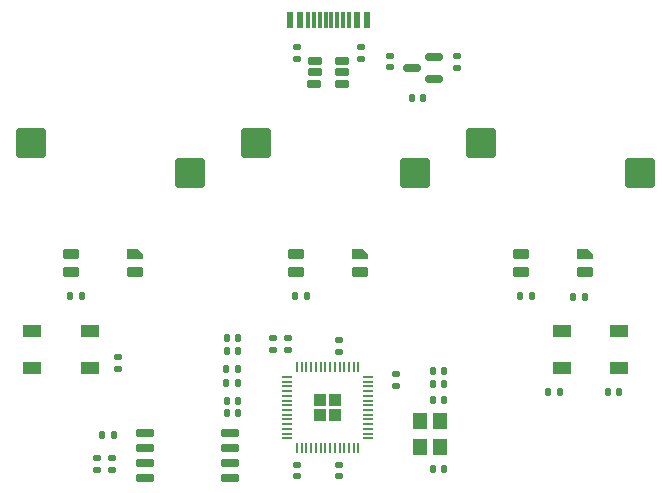
<source format=gbr>
%TF.GenerationSoftware,KiCad,Pcbnew,(6.0.5)*%
%TF.CreationDate,2022-07-04T16:26:11+08:00*%
%TF.ProjectId,RP2040-3k,52503230-3430-42d3-936b-2e6b69636164,rev?*%
%TF.SameCoordinates,Original*%
%TF.FileFunction,Paste,Top*%
%TF.FilePolarity,Positive*%
%FSLAX46Y46*%
G04 Gerber Fmt 4.6, Leading zero omitted, Abs format (unit mm)*
G04 Created by KiCad (PCBNEW (6.0.5)) date 2022-07-04 16:26:11*
%MOMM*%
%LPD*%
G01*
G04 APERTURE LIST*
G04 Aperture macros list*
%AMRoundRect*
0 Rectangle with rounded corners*
0 $1 Rounding radius*
0 $2 $3 $4 $5 $6 $7 $8 $9 X,Y pos of 4 corners*
0 Add a 4 corners polygon primitive as box body*
4,1,4,$2,$3,$4,$5,$6,$7,$8,$9,$2,$3,0*
0 Add four circle primitives for the rounded corners*
1,1,$1+$1,$2,$3*
1,1,$1+$1,$4,$5*
1,1,$1+$1,$6,$7*
1,1,$1+$1,$8,$9*
0 Add four rect primitives between the rounded corners*
20,1,$1+$1,$2,$3,$4,$5,0*
20,1,$1+$1,$4,$5,$6,$7,0*
20,1,$1+$1,$6,$7,$8,$9,0*
20,1,$1+$1,$8,$9,$2,$3,0*%
%AMFreePoly0*
4,1,18,-0.410000,0.265000,0.000000,0.675000,0.328000,0.675000,0.359380,0.668758,0.385983,0.650983,0.403758,0.624380,0.410000,0.593000,0.410000,-0.593000,0.403758,-0.624380,0.385983,-0.650983,0.359380,-0.668758,0.328000,-0.675000,-0.328000,-0.675000,-0.359380,-0.668758,-0.385983,-0.650983,-0.403758,-0.624380,-0.410000,-0.593000,-0.410000,0.265000,-0.410000,0.265000,$1*%
G04 Aperture macros list end*
%ADD10RoundRect,0.082000X-0.593000X0.328000X-0.593000X-0.328000X0.593000X-0.328000X0.593000X0.328000X0*%
%ADD11FreePoly0,270.000000*%
%ADD12RoundRect,0.140000X0.140000X0.170000X-0.140000X0.170000X-0.140000X-0.170000X0.140000X-0.170000X0*%
%ADD13RoundRect,0.135000X-0.185000X0.135000X-0.185000X-0.135000X0.185000X-0.135000X0.185000X0.135000X0*%
%ADD14RoundRect,0.135000X-0.135000X-0.185000X0.135000X-0.185000X0.135000X0.185000X-0.135000X0.185000X0*%
%ADD15RoundRect,0.250000X0.292217X-0.292217X0.292217X0.292217X-0.292217X0.292217X-0.292217X-0.292217X0*%
%ADD16RoundRect,0.050000X0.050000X-0.387500X0.050000X0.387500X-0.050000X0.387500X-0.050000X-0.387500X0*%
%ADD17RoundRect,0.050000X0.387500X-0.050000X0.387500X0.050000X-0.387500X0.050000X-0.387500X-0.050000X0*%
%ADD18RoundRect,0.150000X-0.650000X-0.150000X0.650000X-0.150000X0.650000X0.150000X-0.650000X0.150000X0*%
%ADD19RoundRect,0.140000X-0.140000X-0.170000X0.140000X-0.170000X0.140000X0.170000X-0.140000X0.170000X0*%
%ADD20RoundRect,0.140000X0.170000X-0.140000X0.170000X0.140000X-0.170000X0.140000X-0.170000X-0.140000X0*%
%ADD21R,1.200000X1.400000*%
%ADD22RoundRect,0.140000X-0.170000X0.140000X-0.170000X-0.140000X0.170000X-0.140000X0.170000X0.140000X0*%
%ADD23R,1.500000X1.000000*%
%ADD24RoundRect,0.135000X0.135000X0.185000X-0.135000X0.185000X-0.135000X-0.185000X0.135000X-0.185000X0*%
%ADD25RoundRect,0.147500X-0.172500X0.147500X-0.172500X-0.147500X0.172500X-0.147500X0.172500X0.147500X0*%
%ADD26RoundRect,0.150000X-0.475000X-0.150000X0.475000X-0.150000X0.475000X0.150000X-0.475000X0.150000X0*%
%ADD27RoundRect,0.250000X-1.025000X-1.000000X1.025000X-1.000000X1.025000X1.000000X-1.025000X1.000000X0*%
%ADD28RoundRect,0.150000X0.587500X0.150000X-0.587500X0.150000X-0.587500X-0.150000X0.587500X-0.150000X0*%
%ADD29RoundRect,0.135000X0.185000X-0.135000X0.185000X0.135000X-0.185000X0.135000X-0.185000X-0.135000X0*%
%ADD30R,0.600000X1.450000*%
%ADD31R,0.300000X1.450000*%
G04 APERTURE END LIST*
D10*
%TO.C,LED3*%
X61525375Y-65040000D03*
X61525375Y-63540000D03*
X66975375Y-65040000D03*
D11*
X66975375Y-63540000D03*
%TD*%
D12*
%TO.C,C16*%
X75675000Y-70628200D03*
X74715000Y-70628200D03*
%TD*%
D13*
%TO.C,R9*%
X89046250Y-73695000D03*
X89046250Y-74715000D03*
%TD*%
D14*
%TO.C,R7*%
X101920000Y-75220000D03*
X102940000Y-75220000D03*
%TD*%
D15*
%TO.C,U4*%
X83917500Y-75871250D03*
X82642500Y-77146250D03*
X83917500Y-77146250D03*
X82642500Y-75871250D03*
D16*
X80680000Y-79946250D03*
X81080000Y-79946250D03*
X81480000Y-79946250D03*
X81880000Y-79946250D03*
X82280000Y-79946250D03*
X82680000Y-79946250D03*
X83080000Y-79946250D03*
X83480000Y-79946250D03*
X83880000Y-79946250D03*
X84280000Y-79946250D03*
X84680000Y-79946250D03*
X85080000Y-79946250D03*
X85480000Y-79946250D03*
X85880000Y-79946250D03*
D17*
X86717500Y-79108750D03*
X86717500Y-78708750D03*
X86717500Y-78308750D03*
X86717500Y-77908750D03*
X86717500Y-77508750D03*
X86717500Y-77108750D03*
X86717500Y-76708750D03*
X86717500Y-76308750D03*
X86717500Y-75908750D03*
X86717500Y-75508750D03*
X86717500Y-75108750D03*
X86717500Y-74708750D03*
X86717500Y-74308750D03*
X86717500Y-73908750D03*
D16*
X85880000Y-73071250D03*
X85480000Y-73071250D03*
X85080000Y-73071250D03*
X84680000Y-73071250D03*
X84280000Y-73071250D03*
X83880000Y-73071250D03*
X83480000Y-73071250D03*
X83080000Y-73071250D03*
X82680000Y-73071250D03*
X82280000Y-73071250D03*
X81880000Y-73071250D03*
X81480000Y-73071250D03*
X81080000Y-73071250D03*
X80680000Y-73071250D03*
D17*
X79842500Y-73908750D03*
X79842500Y-74308750D03*
X79842500Y-74708750D03*
X79842500Y-75108750D03*
X79842500Y-75508750D03*
X79842500Y-75908750D03*
X79842500Y-76308750D03*
X79842500Y-76708750D03*
X79842500Y-77108750D03*
X79842500Y-77508750D03*
X79842500Y-77908750D03*
X79842500Y-78308750D03*
X79842500Y-78708750D03*
X79842500Y-79108750D03*
%TD*%
D13*
%TO.C,R1*%
X86106000Y-45972000D03*
X86106000Y-46992000D03*
%TD*%
D18*
%TO.C,U3*%
X67780000Y-78635000D03*
X67780000Y-79905000D03*
X67780000Y-81175000D03*
X67780000Y-82445000D03*
X74980000Y-82445000D03*
X74980000Y-81175000D03*
X74980000Y-79905000D03*
X74980000Y-78635000D03*
%TD*%
D19*
%TO.C,C7*%
X92186250Y-73425000D03*
X93146250Y-73425000D03*
%TD*%
D20*
%TO.C,C12*%
X84264250Y-71770000D03*
X84264250Y-70810000D03*
%TD*%
D21*
%TO.C,Y1*%
X91106250Y-77615000D03*
X91106250Y-79815000D03*
X92806250Y-79815000D03*
X92806250Y-77615000D03*
%TD*%
D20*
%TO.C,C9*%
X79946250Y-71599000D03*
X79946250Y-70639000D03*
%TD*%
D12*
%TO.C,C17*%
X107980000Y-75212000D03*
X107020000Y-75212000D03*
%TD*%
D22*
%TO.C,C3*%
X94240000Y-46780000D03*
X94240000Y-47740000D03*
%TD*%
D12*
%TO.C,C8*%
X75675000Y-71695000D03*
X74715000Y-71695000D03*
%TD*%
D22*
%TO.C,C1*%
X80693375Y-81368750D03*
X80693375Y-82328750D03*
%TD*%
D12*
%TO.C,C6*%
X75675000Y-76955000D03*
X74715000Y-76955000D03*
%TD*%
D19*
%TO.C,C2*%
X90407700Y-50254600D03*
X91367700Y-50254600D03*
%TD*%
D23*
%TO.C,D1*%
X107975375Y-73192500D03*
X107975375Y-69992500D03*
X103075375Y-69992500D03*
X103075375Y-73192500D03*
%TD*%
D24*
%TO.C,R6*%
X75712500Y-73262850D03*
X74692500Y-73262850D03*
%TD*%
D20*
%TO.C,C18*%
X65497500Y-73202500D03*
X65497500Y-72242500D03*
%TD*%
D13*
%TO.C,R4*%
X63770000Y-80790000D03*
X63770000Y-81810000D03*
%TD*%
D19*
%TO.C,C19*%
X99580625Y-67084000D03*
X100540625Y-67084000D03*
%TD*%
%TO.C,C11*%
X92186250Y-74545000D03*
X93146250Y-74545000D03*
%TD*%
D25*
%TO.C,F1*%
X88519000Y-46732000D03*
X88519000Y-47702000D03*
%TD*%
D20*
%TO.C,C13*%
X78676250Y-71599000D03*
X78676250Y-70639000D03*
%TD*%
D24*
%TO.C,R5*%
X75712500Y-74431250D03*
X74692500Y-74431250D03*
%TD*%
D12*
%TO.C,C4*%
X93146250Y-75845000D03*
X92186250Y-75845000D03*
%TD*%
D14*
%TO.C,R8*%
X104070000Y-67140000D03*
X105090000Y-67140000D03*
%TD*%
D23*
%TO.C,D2*%
X63116375Y-73192500D03*
X63116375Y-69992500D03*
X58216375Y-69992500D03*
X58216375Y-73192500D03*
%TD*%
D13*
%TO.C,R3*%
X80645000Y-45974000D03*
X80645000Y-46994000D03*
%TD*%
D19*
%TO.C,C20*%
X80530625Y-67084000D03*
X81490625Y-67084000D03*
%TD*%
D10*
%TO.C,LED2*%
X80575375Y-65040000D03*
X80575375Y-63540000D03*
X86025375Y-65040000D03*
D11*
X86025375Y-63540000D03*
%TD*%
D26*
%TO.C,U2*%
X82168750Y-47183000D03*
X82168750Y-48133000D03*
X82093750Y-49083000D03*
X84518750Y-49083000D03*
X84518750Y-48133000D03*
X84518750Y-47183000D03*
%TD*%
D19*
%TO.C,C5*%
X92176250Y-81690000D03*
X93136250Y-81690000D03*
%TD*%
D27*
%TO.C,SW1*%
X71610375Y-56670000D03*
X58160375Y-54130000D03*
%TD*%
%TO.C,SW2*%
X90660375Y-56670000D03*
X77210375Y-54130000D03*
%TD*%
D28*
%TO.C,U1*%
X92277500Y-48690000D03*
X92277500Y-46790000D03*
X90402500Y-47740000D03*
%TD*%
D12*
%TO.C,C10*%
X65160000Y-78820000D03*
X64200000Y-78820000D03*
%TD*%
D10*
%TO.C,LED1*%
X99625375Y-65040000D03*
X99625375Y-63540000D03*
X105075375Y-65040000D03*
D11*
X105075375Y-63540000D03*
%TD*%
D19*
%TO.C,C21*%
X61480625Y-67084000D03*
X62440625Y-67084000D03*
%TD*%
D12*
%TO.C,C14*%
X75675000Y-75939000D03*
X74715000Y-75939000D03*
%TD*%
D27*
%TO.C,SW3*%
X109710375Y-56670000D03*
X96260375Y-54130000D03*
%TD*%
D29*
%TO.C,R2*%
X65041625Y-81806250D03*
X65041625Y-80786250D03*
%TD*%
D22*
%TO.C,C15*%
X84249375Y-81340750D03*
X84249375Y-82300750D03*
%TD*%
D30*
%TO.C,J1*%
X86593750Y-43732500D03*
X85793750Y-43732500D03*
D31*
X84593750Y-43732500D03*
X83593750Y-43732500D03*
X83093750Y-43732500D03*
X82093750Y-43732500D03*
D30*
X80893750Y-43732500D03*
X80093750Y-43732500D03*
X80093750Y-43732500D03*
X80893750Y-43732500D03*
D31*
X81593750Y-43732500D03*
X82593750Y-43732500D03*
X84093750Y-43732500D03*
X85093750Y-43732500D03*
D30*
X85793750Y-43732500D03*
X86593750Y-43732500D03*
%TD*%
M02*

</source>
